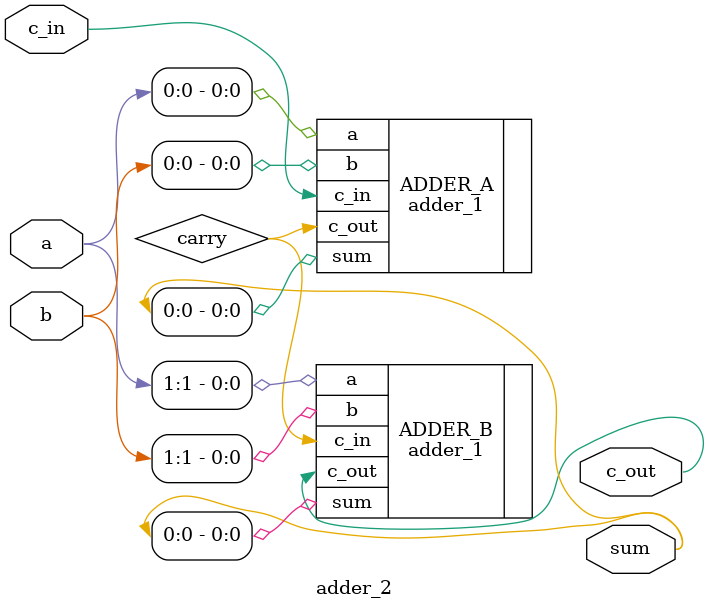
<source format=sv>
/* 
    a 2 bit adder that we can daisy chain 2 1 bit adders
*/

module adder_2(a, b, c_in, sum, c_out);

    input wire [1:0] a, b;
    input wire c_in;
    output logic [1:0] sum;
    output logic c_out;

    wire carry;

    adder_1 ADDER_A(
        .a(a[0]),
        .b(b[0]),
        .c_in(c_in),
        .sum(sum[0]),
        .c_out(carry)
    );

    adder_1 ADDER_B(
        .a(a[1]),
        .b(b[1]),
        .c_in(carry),
        .sum(sum[0]),
        .c_out(c_out)
    );

endmodule
</source>
